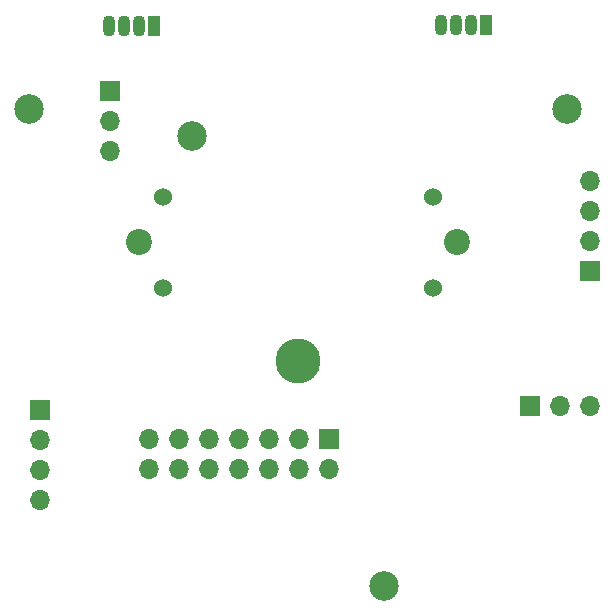
<source format=gbr>
%TF.GenerationSoftware,KiCad,Pcbnew,(6.0.9)*%
%TF.CreationDate,2023-01-27T17:05:39-09:00*%
%TF.ProjectId,GAUGE_Standby Altimeter,47415547-455f-4537-9461-6e6462792041,rev?*%
%TF.SameCoordinates,Original*%
%TF.FileFunction,Soldermask,Bot*%
%TF.FilePolarity,Negative*%
%FSLAX46Y46*%
G04 Gerber Fmt 4.6, Leading zero omitted, Abs format (unit mm)*
G04 Created by KiCad (PCBNEW (6.0.9)) date 2023-01-27 17:05:39*
%MOMM*%
%LPD*%
G01*
G04 APERTURE LIST*
%ADD10O,1.700000X1.700000*%
%ADD11R,1.700000X1.700000*%
%ADD12O,1.070000X1.800000*%
%ADD13R,1.070000X1.800000*%
%ADD14C,2.500000*%
%ADD15C,3.800000*%
%ADD16C,2.200000*%
%ADD17C,1.524000*%
G04 APERTURE END LIST*
D10*
%TO.C,J1*%
X176262018Y-106477987D03*
X176262018Y-103937987D03*
X178802018Y-106477987D03*
X178802018Y-103937987D03*
X181342018Y-106477987D03*
X181342018Y-103937987D03*
X183882018Y-106477987D03*
X183882018Y-103937987D03*
X186422018Y-106477987D03*
X186422018Y-103937987D03*
X188962018Y-106477987D03*
X188962018Y-103937987D03*
X191502018Y-106477987D03*
D11*
X191502018Y-103937987D03*
%TD*%
D12*
%TO.C,D2*%
X200989807Y-68880574D03*
X202259807Y-68880574D03*
X203529807Y-68880574D03*
D13*
X204799807Y-68880574D03*
%TD*%
D12*
%TO.C,D1*%
X172834309Y-68912574D03*
X174104309Y-68912574D03*
X175374309Y-68912574D03*
D13*
X176644309Y-68912574D03*
%TD*%
D14*
%TO.C,H3*%
X196102017Y-116313568D03*
%TD*%
%TO.C,H2*%
X211592098Y-75997987D03*
%TD*%
%TO.C,H1*%
X166102018Y-75997987D03*
%TD*%
D15*
%TO.C,M1*%
X188847058Y-97263953D03*
D14*
X179847058Y-78263953D03*
D16*
X202347058Y-87263953D03*
X175347058Y-87263953D03*
D17*
X200272058Y-83413953D03*
X200272058Y-91113953D03*
X177422058Y-91113953D03*
X177422058Y-83413953D03*
%TD*%
D10*
%TO.C,J3*%
X172925515Y-79515452D03*
X172925515Y-76975452D03*
D11*
X172925515Y-74435452D03*
%TD*%
D10*
%TO.C,J2*%
X213565515Y-101105452D03*
X211025515Y-101105452D03*
D11*
X208485515Y-101105452D03*
%TD*%
D10*
%TO.C,DS2*%
X213565515Y-82055452D03*
X213565515Y-84595452D03*
X213565515Y-87135452D03*
D11*
X213565515Y-89675452D03*
%TD*%
D10*
%TO.C,DS1*%
X167028601Y-109047091D03*
X167028601Y-106507091D03*
X167028601Y-103967091D03*
D11*
X167028601Y-101427091D03*
%TD*%
M02*

</source>
